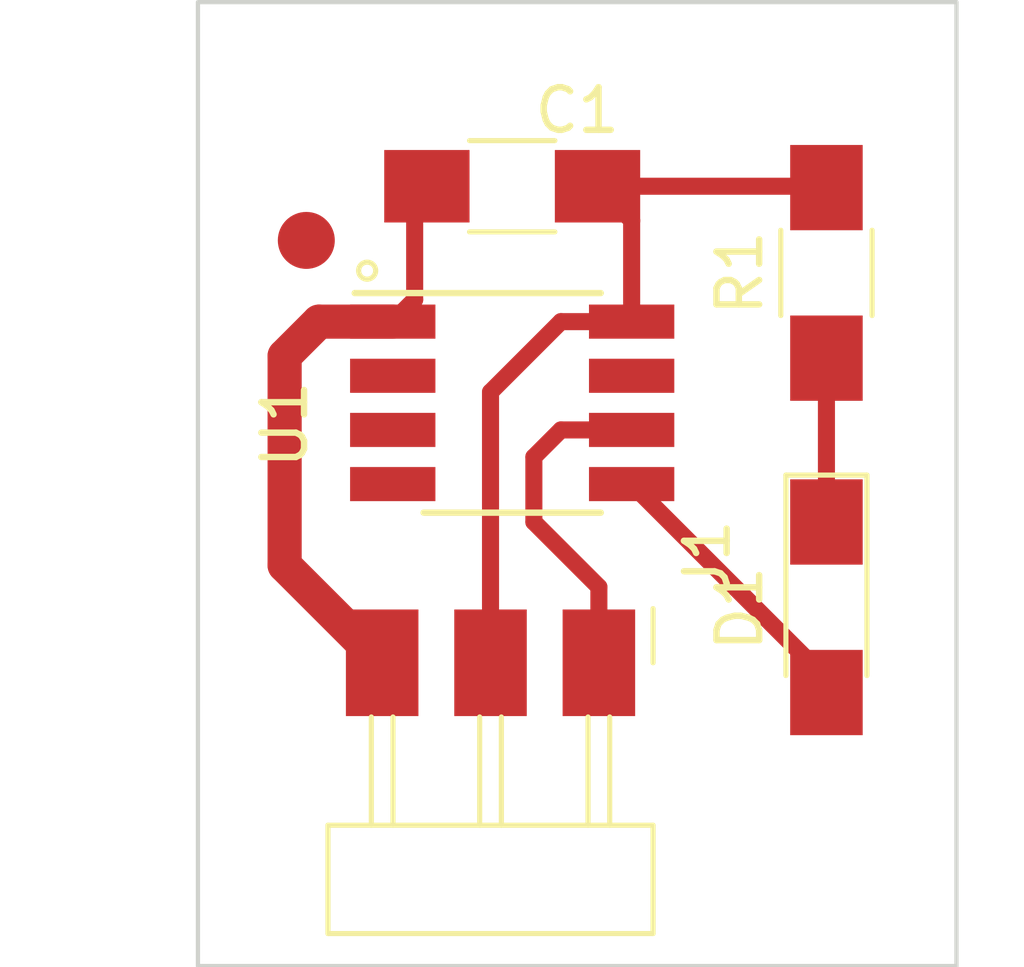
<source format=kicad_pcb>
(kicad_pcb (version 20211014) (generator pcbnew)
  (layers (0 "F.Cu" signal) (31 "B.Cu" signal) (34 "B.Paste" user) (35 "F.Paste" user) (36 "B.SilkS" user "B.Silkscreen") (37 "F.SilkS" user "F.Silkscreen") (38 "B.Mask" user) (39 "F.Mask" user) (44 "Edge.Cuts" user))
  (net 0 "")
  (net 1 "PWR_5V")
  (net 2 "PWR_GND")
  (net 3 "LED")
  (net 4 "Net-(D1-Pad1)")
  (net 5 "UPDI")
  (footprint "fab:R_1206" (layer "F.Cu") (at 150.622 99.822 90)
    (fp_text reference "R1" (at 0 -2.032 90) (layer "F.SilkS"))
    (fp_text value "499 Ohm")
    (fp_line (start 1 1.07) (end -1 1.07) (layer "F.SilkS") (width 0.12))
    (fp_line (start -1 -1.07) (end 1 -1.07) (layer "F.SilkS") (width 0.12))
    (pad "1" smd rect locked (at -2 0 90) (size 2 1.7) (layers "F.Cu" "F.Paste" "F.Mask") (net 4 "Net-(D1-Pad1)"))
    (pad "2" smd rect locked (at 2 0 90) (size 2 1.7) (layers "F.Cu" "F.Paste" "F.Mask") (net 2 "PWR_GND"))
  )
  (footprint "fab:PinHeader_1x03_P2.54mm_Horizontal_SMD" (layer "F.Cu") (at 145.288 108.966 -90)
    (fp_text reference "J1" (at -1.524 -2.54 90) (layer "F.SilkS") (effects (justify left)))
    (fp_text value "UPDI")
    (fp_line (start 3.81 2.794) (end 1.27 2.794) (layer "F.SilkS") (width 0.12))
    (fp_line (start 3.81 6.35) (end 3.81 -1.27) (layer "F.SilkS") (width 0.12))
    (fp_line (start 3.81 5.334) (end 1.27 5.334) (layer "F.SilkS") (width 0.12))
    (fp_line (start 3.81 0.254) (end 1.27 0.254) (layer "F.SilkS") (width 0.12))
    (fp_line (start 3.81 4.826) (end 1.27 4.826) (layer "F.SilkS") (width 0.12))
    (fp_line (start 6.35 6.35) (end 3.81 6.35) (layer "F.SilkS") (width 0.12))
    (fp_line (start 6.35 -1.27) (end 6.35 6.35) (layer "F.SilkS") (width 0.12))
    (fp_line (start 3.81 -1.27) (end 6.35 -1.27) (layer "F.SilkS") (width 0.12))
    (fp_line (start -1.27 -1.27) (end 0 -1.27) (layer "F.SilkS") (width 0.12))
    (fp_line (start 3.81 -0.254) (end 1.27 -0.254) (layer "F.SilkS") (width 0.12))
    (fp_line (start 3.81 2.286) (end 1.27 2.286) (layer "F.SilkS") (width 0.12))
    (pad "1" smd rect locked (at 0 0 270) (size 2.5 1.7) (layers "F.Cu" "F.Paste" "F.Mask") (net 5 "UPDI"))
    (pad "2" smd rect locked (at 0 2.54 270) (size 2.5 1.7) (layers "F.Cu" "F.Paste" "F.Mask") (net 2 "PWR_GND"))
    (pad "3" smd rect locked (at 0 5.08 270) (size 2.5 1.7) (layers "F.Cu" "F.Paste" "F.Mask") (net 1 "PWR_5V"))
  )
  (footprint "fab:C_1206" (layer "F.Cu") (at 143.256 97.79)
    (fp_text reference "C1" (at 1.524 -1.778) (layer "F.SilkS"))
    (fp_text value "1 uF")
    (fp_line (start -1 -1.07) (end 1 -1.07) (layer "F.SilkS") (width 0.12))
    (fp_line (start 1 1.07) (end -1 1.07) (layer "F.SilkS") (width 0.12))
    (pad "1" smd rect (at -2 0) (size 2 1.7) (layers "F.Cu" "F.Paste" "F.Mask") (net 1 "PWR_5V"))
    (pad "2" smd rect (at 2 0) (size 2 1.7) (layers "F.Cu" "F.Paste" "F.Mask") (net 2 "PWR_GND"))
  )
  (footprint "fab:SOIC-8_3.9x4.9mm_P1.27mm" (layer "F.Cu") (at 143.256 102.87)
    (fp_text reference "U1" (at -5.334 0.508 90) (layer "F.SilkS"))
    (fp_text value "Microcontroller_ATtiny412_SSFR")
    (fp_line (start -2.075 2.575) (end 2.075 2.575) (layer "F.SilkS") (width 0.15))
    (fp_line (start -3.69 -2.575) (end 2.075 -2.575) (layer "F.SilkS") (width 0.15))
    (fp_circle (center -3.4 -3.1) (end -3.2 -3.1) (layer "F.SilkS") (width 0.12) (fill none))
    (pad "1" smd rect (at -2.8 -1.905) (size 2 0.8) (layers "F.Cu" "F.Paste" "F.Mask") (net 1 "PWR_5V"))
    (pad "2" smd rect (at -2.8 -0.635) (size 2 0.8) (layers "F.Cu" "F.Paste" "F.Mask"))
    (pad "3" smd rect (at -2.8 0.635) (size 2 0.8) (layers "F.Cu" "F.Paste" "F.Mask"))
    (pad "4" smd rect (at -2.8 1.905) (size 2 0.8) (layers "F.Cu" "F.Paste" "F.Mask"))
    (pad "5" smd rect (at 2.8 1.905) (size 2 0.8) (layers "F.Cu" "F.Paste" "F.Mask") (net 3 "LED"))
    (pad "6" smd rect (at 2.8 0.635) (size 2 0.8) (layers "F.Cu" "F.Paste" "F.Mask") (net 5 "UPDI"))
    (pad "7" smd rect (at 2.8 -0.635) (size 2 0.8) (layers "F.Cu" "F.Paste" "F.Mask"))
    (pad "8" smd rect (at 2.8 -1.905) (size 2 0.8) (layers "F.Cu" "F.Paste" "F.Mask") (net 2 "PWR_GND"))
  )
  (footprint "fab:LED_1206" (layer "F.Cu") (at 150.622 107.664 -90)
    (fp_text reference "D1" (at 0.032 2.032 90) (layer "F.SilkS"))
    (fp_text value "LED_RED")
    (fp_line (start -3.1 -0.95) (end 1.6 -0.95) (layer "F.SilkS") (width 0.12))
    (fp_line (start -3.1 -0.95) (end -3.1 0.95) (layer "F.SilkS") (width 0.12))
    (fp_line (start -3.1 0.95) (end 1.6 0.95) (layer "F.SilkS") (width 0.12))
    (pad "1" smd rect locked (at -2 0 270) (size 2 1.7) (layers "F.Cu" "F.Paste" "F.Mask") (net 4 "Net-(D1-Pad1)"))
    (pad "2" smd rect locked (at 2 0 270) (size 2 1.7) (layers "F.Cu" "F.Paste" "F.Mask") (net 3 "LED"))
  )
  (gr_circle (center 138.43 99.06) (end 138.997961 99.06) (layer "F.Cu") (width 0.2) (fill solid))
  (gr_rect (start 135.89 93.472) (end 153.67 116.078) (layer "Edge.Cuts") (width 0.1) (fill none))
  (segment (start 138.726 100.965) (end 137.922 101.769) (width 0.8) (layer "F.Cu") (net 1))
  (segment (start 140.97 98.076) (end 141.256 97.79) (width 0.4) (layer "F.Cu") (net 1))
  (segment (start 140.456 100.965) (end 138.726 100.965) (width 0.8) (layer "F.Cu") (net 1))
  (segment (start 137.922 101.769) (end 137.922 106.68) (width 0.8) (layer "F.Cu") (net 1))
  (segment (start 137.922 106.68) (end 140.208 108.966) (width 0.8) (layer "F.Cu") (net 1))
  (segment (start 140.456 100.965) (end 140.97 100.451) (width 0.4) (layer "F.Cu") (net 1))
  (segment (start 140.97 100.451) (end 140.97 98.076) (width 0.4) (layer "F.Cu") (net 1))
  (segment (start 144.399 100.965) (end 146.056 100.965) (width 0.4) (layer "F.Cu") (net 2))
  (segment (start 142.748 108.966) (end 142.748 102.616) (width 0.4) (layer "F.Cu") (net 2))
  (segment (start 146.056 98.59) (end 145.256 97.79) (width 0.4) (layer "F.Cu") (net 2))
  (segment (start 145.256 97.79) (end 150.59 97.79) (width 0.4) (layer "F.Cu") (net 2))
  (segment (start 146.056 100.965) (end 146.056 98.59) (width 0.4) (layer "F.Cu") (net 2))
  (segment (start 150.59 97.79) (end 150.622 97.822) (width 0.4) (layer "F.Cu") (net 2))
  (segment (start 142.748 102.616) (end 144.399 100.965) (width 0.4) (layer "F.Cu") (net 2))
  (segment (start 150.622 109.341) (end 146.056 104.775) (width 0.4) (layer "F.Cu") (net 3))
  (segment (start 150.622 109.664) (end 150.622 109.341) (width 0.4) (layer "F.Cu") (net 3))
  (segment (start 150.622 101.822) (end 150.622 105.664) (width 0.4) (layer "F.Cu") (net 4))
  (segment (start 143.764 105.664) (end 145.288 107.188) (width 0.4) (layer "F.Cu") (net 5))
  (segment (start 143.764 104.14) (end 143.764 105.664) (width 0.4) (layer "F.Cu") (net 5))
  (segment (start 144.399 103.505) (end 143.764 104.14) (width 0.4) (layer "F.Cu") (net 5))
  (segment (start 146.056 103.505) (end 144.399 103.505) (width 0.4) (layer "F.Cu") (net 5))
  (segment (start 145.288 107.188) (end 145.288 108.966) (width 0.4) (layer "F.Cu") (net 5))
)
</source>
